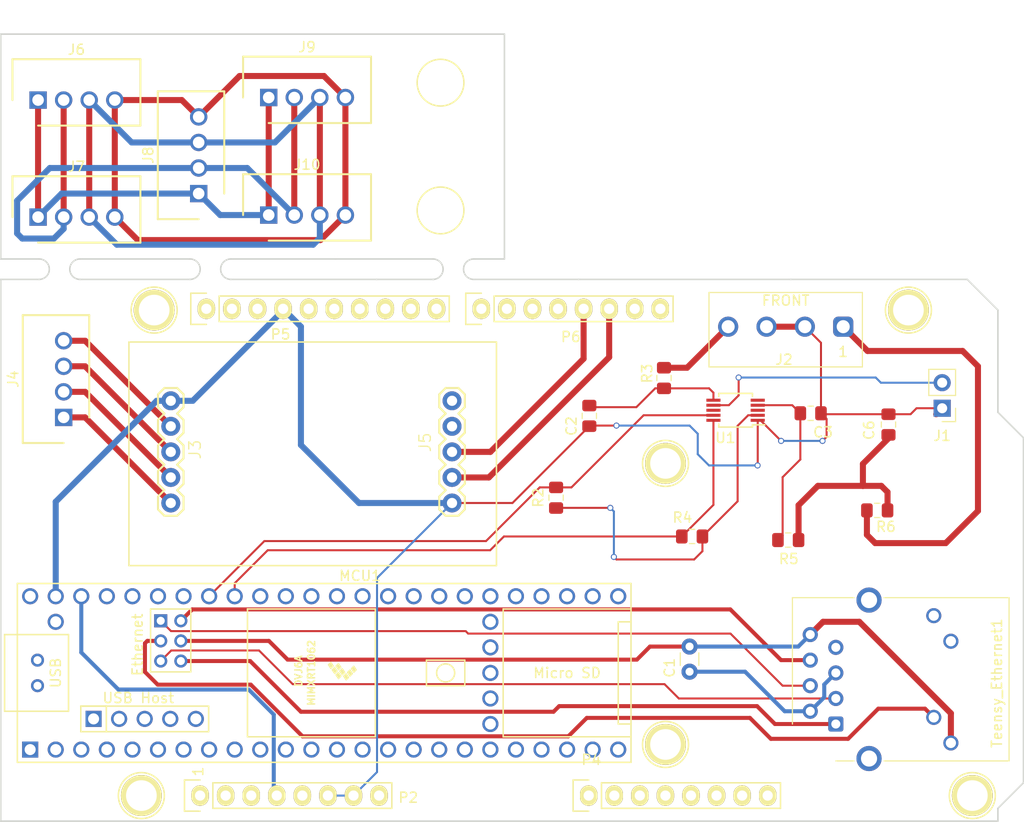
<source format=kicad_pcb>
(kicad_pcb (version 20211014) (generator pcbnew)
  (title_block (date "mar. 31 mars 2015"))
  (layers (0 "F.Cu" signal) (31 "B.Cu" signal) (34 "B.Paste" user) (35 "F.Paste" user) (36 "B.SilkS" user "B.Silkscreen") (37 "F.SilkS" user "F.Silkscreen") (38 "B.Mask" user) (39 "F.Mask" user) (44 "Edge.Cuts" user))
  (net 0 "")
  (net 1 "GND")
  (net 2 "+5V")
  (net 3 "/IOREF")
  (net 4 "/Reset")
  (net 5 "/Vin")
  (net 6 "/A8")
  (net 7 "/A9")
  (net 8 "/A10")
  (net 9 "/A11")
  (net 10 "/A12")
  (net 11 "/A13")
  (net 12 "/A14")
  (net 13 "/A15")
  (net 14 "/SCL")
  (net 15 "/SDA")
  (net 16 "/AREF")
  (net 17 "/13(**)")
  (net 18 "/12(**)")
  (net 19 "/11(**)")
  (net 20 "/10(**)")
  (net 21 "/9(**)")
  (net 22 "/8(**)")
  (net 23 "/7(**)")
  (net 24 "/6(**)")
  (net 25 "/5(**)")
  (net 26 "/4(**)")
  (net 27 "/3(**)")
  (net 28 "/2(**)")
  (net 29 "Net-(C1-Pad2)")
  (net 30 "+3V3")
  (net 31 "/1(Tx0)")
  (net 32 "/0(Rx0)")
  (net 97 "Net-(J1-Pad2)")
  (net 98 "Net-(J2-Pad1)")
  (net 99 "Net-(J2-Pad4)")
  (net 103 "Net-(C3-Pad1)")
  (net 106 "VDD")
  (net 107 "VCC")
  (net 108 "Net-(R2-Pad1)")
  (net 109 "Net-(MCU1-Pad65)")
  (net 110 "Net-(MCU1-Pad63)")
  (net 111 "Net-(MCU1-Pad62)")
  (net 112 "Net-(MCU1-Pad61)")
  (net 113 "Net-(MCU1-Pad60)")
  (net 114 "Net-(MCU1-Pad41)")
  (net 115 "Net-(MCU1-Pad40)")
  (net 116 "Net-(J10-Pad4)")
  (net 117 "Net-(J10-Pad3)")
  (net 118 "Net-(J10-Pad2)")
  (net 119 "Net-(J10-Pad1)")
  (net 120 "Net-(C6-Pad1)")
  (net 121 "Net-(C2-Pad1)")
  (net 122 "/5V")
  (net 123 "Net-(J3-Pad5)")
  (net 124 "Net-(J3-Pad4)")
  (net 125 "Net-(J3-Pad3)")
  (net 126 "Net-(J3-Pad2)")
  (net 127 "Net-(C1-Pad1)")
  (footprint "Socket_Arduino_Mega:Socket_Strip_Arduino_1x08" (layer "F.Cu") (at 123.434 119.38)
    (fp_text reference "P2")
    (fp_text value "Power")
  )
  (footprint "Socket_Arduino_Mega:Socket_Strip_Arduino_1x08" (layer "F.Cu") (at 162.042 119.38)
    (fp_text reference "P4")
    (fp_text value "Analog")
  )
  (footprint "Socket_Arduino_Mega:Socket_Strip_Arduino_1x10" (layer "F.Cu") (at 124.059 70.993)
    (fp_text reference "P5")
    (fp_text value "PWM")
  )
  (footprint "Socket_Arduino_Mega:Socket_Strip_Arduino_1x08" (layer "F.Cu") (at 151.374 70.993)
    (fp_text reference "P6")
    (fp_text value "PWM")
  )
  (footprint "Socket_Arduino_Mega:Arduino_1pin" (layer "F.Cu") (at 117.602 119.38)
    (fp_text reference "P8" hide)
    (fp_text value "CONN_01X01" hide)
  )
  (footprint "Socket_Arduino_Mega:Arduino_1pin" (layer "F.Cu") (at 169.672 114.3)
    (fp_text reference "P9" hide)
    (fp_text value "CONN_01X01" hide)
  )
  (footprint "Socket_Arduino_Mega:Arduino_1pin" (layer "F.Cu") (at 200.152 119.38)
    (fp_text reference "P10" hide)
    (fp_text value "CONN_01X01" hide)
  )
  (footprint "Socket_Arduino_Mega:Arduino_1pin" (layer "F.Cu") (at 118.872 71.12)
    (fp_text reference "P11" hide)
    (fp_text value "CONN_01X01" hide)
  )
  (footprint "Socket_Arduino_Mega:Arduino_1pin" (layer "F.Cu") (at 169.672 86.36)
    (fp_text reference "P12" hide)
    (fp_text value "CONN_01X01" hide)
  )
  (footprint "Socket_Arduino_Mega:Arduino_1pin" (layer "F.Cu") (at 193.802 71.12)
    (fp_text reference "P13" hide)
    (fp_text value "CONN_01X01" hide)
  )
  (footprint "Package_SO:MSOP-10_3x3mm_P0.5mm" (layer "F.Cu") (at 176.6316 81.0768 180)
    (fp_text reference "U1")
    (fp_text value "AD7151")
  )
  (footprint "SparkFun_HX711_Load_Cell:1X05" (layer "F.Cu") (at 148.463 80.137 -90)
    (fp_text reference "J5")
    (fp_text value "M05PTH")
  )
  (footprint "Capacitor_SMD:C_0805_2012Metric_Pad1.15x1.40mm_HandSolder" (layer "F.Cu") (at 162.1028 81.6356 -90)
    (fp_text reference "C2")
    (fp_text value "47pF")
  )
  (footprint "Capacitor_THT:C_Disc_D3.0mm_W1.6mm_P2.50mm" (layer "F.Cu") (at 172.0596 107.0664 90)
    (fp_text reference "C1")
    (fp_text value "0.1uF1")
  )
  (footprint "SparkFun_LoadCell:SHDR4W97P0X254_1X4_1271X660X1143P" (layer "F.Cu") (at 109.3704 77.978 90)
    (fp_text reference "J4")
    (fp_text value "440055-4")
  )
  (footprint "SparkFun_HX711_Load_Cell:1X05" (layer "F.Cu") (at 120.523 80.137 -90)
    (fp_text reference "J3")
    (fp_text value "M05PTH")
  )
  (footprint "Resistor_SMD:R_0805_2012Metric_Pad1.15x1.40mm_HandSolder" (layer "F.Cu") (at 181.864 93.98)
    (fp_text reference "R5")
    (fp_text value "82k")
  )
  (footprint "SparkFun_LoadCell:SHDR4W97P0X254_1X4_1271X660X1143P" (layer "F.Cu") (at 122.7836 55.7276 90)
    (fp_text reference "J8")
    (fp_text value "70543-0003")
  )
  (footprint "Capacitor_SMD:C_0805_2012Metric_Pad1.15x1.40mm_HandSolder" (layer "F.Cu") (at 191.8208 82.4992 90)
    (fp_text reference "C6")
    (fp_text value "68pF")
  )
  (footprint "Connector_PinHeader_2.54mm:PinHeader_1x02_P2.54mm_Vertical" (layer "F.Cu") (at 197.1548 80.8786 180)
    (fp_text reference "J1")
    (fp_text value "Conn_01x02_Male")
  )
  (footprint "Resistor_SMD:R_0805_2012Metric_Pad1.15x1.40mm_HandSolder" (layer "F.Cu") (at 172.3136 93.6244 180)
    (fp_text reference "R4")
    (fp_text value "10k")
  )
  (footprint "SparkFun_LoadCell:SHDR4W97P0X254_1X4_1271X660X1143P" (layer "F.Cu") (at 134.0612 61.1632)
    (fp_text reference "J10")
    (fp_text value "70543-0003")
  )
  (footprint "teensy:Teensy41" (layer "F.Cu") (at 135.763 107.188)
    (fp_text reference "MCU1")
    (fp_text value "Teensy4.1")
  )
  (footprint "SparkFun_LoadCell:SHDR4W97P0X254_1X4_1271X660X1143P" (layer "F.Cu") (at 111.1504 61.3664)
    (fp_text reference "J7")
    (fp_text value "70543-0003")
  )
  (footprint "Resistor_SMD:R_0805_2012Metric_Pad1.15x1.40mm_HandSolder" (layer "F.Cu") (at 169.5196 77.8764 90)
    (fp_text reference "R3")
    (fp_text value "10k")
  )
  (footprint "Resistor_SMD:R_0805_2012Metric_Pad1.15x1.40mm_HandSolder" (layer "F.Cu") (at 158.8008 89.7726 90)
    (fp_text reference "R2")
    (fp_text value "10k")
  )
  (footprint "Connector_RJ:RJ45_Cetus_J1B1211CCD_Horizontal" (layer "F.Cu") (at 186.59 112.268 90)
    (fp_text reference "Teensy_Ethernet1")
    (fp_text value "RJ45_LED")
  )
  (footprint "SparkFun_LoadCell:SHDR4W97P0X254_1X4_1271X660X1143P" (layer "F.Cu") (at 111.1504 49.7332)
    (fp_text reference "J6")
    (fp_text value "70543-0003")
  )
  (footprint "" (layer "F.Cu") (at 168.402 40.560625)
    (fp_text reference "")
    (fp_text value "")
  )
  (footprint "" (layer "F.Cu") (at 149.098 59.2856)
    (fp_text reference "")
    (fp_text value "")
  )
  (footprint "Resistor_SMD:R_0805_2012Metric_Pad1.15x1.40mm_HandSolder" (layer "F.Cu") (at 190.7032 91.0336 180)
    (fp_text reference "R6")
    (fp_text value "39k")
  )
  (footprint "AnyTech:Amphenol Anytech YO 3.81mm 4p" (layer "F.Cu") (at 181.61 72.771 180)
    (fp_text reference "J2")
    (fp_text value "Conn_01x04_Female")
  )
  (footprint "SparkFun_LoadCell:SHDR4W97P0X254_1X4_1271X660X1143P" (layer "F.Cu") (at 134.0612 49.4792)
    (fp_text reference "J9")
    (fp_text value "70543-0003")
  )
  (footprint "Capacitor_SMD:C_0805_2012Metric_Pad1.15x1.40mm_HandSolder" (layer "F.Cu") (at 184.0902 81.3816)
    (fp_text reference "C3")
    (fp_text value "22pF")
  )
  (gr_line (start 116.36375 96.52) (end 152.87625 96.52) (layer "F.SilkS") (width 0.15))
  (gr_line (start 116.36375 96.52) (end 116.36375 74.295) (layer "F.SilkS") (width 0.15))
  (gr_circle (center 147.32 48.514) (end 149.6441 48.514) (layer "F.SilkS") (width 0.15) (fill none))
  (gr_line (start 116.36375 74.295) (end 152.87625 74.295) (layer "F.SilkS") (width 0.15))
  (gr_circle (center 147.32 61.214) (end 149.6441 61.214) (layer "F.SilkS") (width 0.15) (fill none))
  (gr_line (start 152.87625 96.52) (end 152.87625 74.295) (layer "F.SilkS") (width 0.15))
  (gr_line (start 103.632 70.104) (end 103.632 68.072) (layer "Edge.Cuts") (width 0.15))
  (gr_line (start 103.632 43.688) (end 153.67 43.688) (layer "Edge.Cuts") (width 0.15))
  (gr_line (start 140.97 68.072) (end 146.627088 68.072) (layer "Edge.Cuts") (width 0.15))
  (gr_line (start 103.632 66.04) (end 103.632 43.688) (layer "Edge.Cuts") (width 0.15))
  (gr_arc (start 126.492 68.072) (mid 125.476 67.056) (end 126.492 66.04) (layer "Edge.Cuts") (width 0.15))
  (gr_line (start 126.492 66.04) (end 136.906 66.04) (layer "Edge.Cuts") (width 0.15))
  (gr_line (start 103.632 68.072) (end 107.442 68.072) (layer "Edge.Cuts") (width 0.15))
  (gr_line (start 150.622 66.04) (end 153.67 66.04) (layer "Edge.Cuts") (width 0.15))
  (gr_line (start 136.906 66.04) (end 146.627088 66.04) (layer "Edge.Cuts") (width 0.15))
  (gr_line (start 161.036 68.072) (end 150.691088 68.072) (layer "Edge.Cuts") (width 0.15))
  (gr_line (start 200.14 68.57) (end 202.692 71.12) (layer "Edge.Cuts") (width 0.15))
  (gr_arc (start 146.558 66.04) (mid 147.574 67.056) (end 146.558 68.072) (layer "Edge.Cuts") (width 0.15))
  (gr_arc (start 111.506 68.072) (mid 110.49 67.056) (end 111.506 66.04) (layer "Edge.Cuts") (width 0.15))
  (gr_line (start 205.232 83.82) (end 205.232 118.11) (layer "Edge.Cuts") (width 0.15))
  (gr_line (start 161.036 68.072) (end 182.118 68.072) (layer "Edge.Cuts") (width 0.15))
  (gr_line (start 202.692 121.92) (end 103.632 121.92) (layer "Edge.Cuts") (width 0.15))
  (gr_line (start 111.506 68.072) (end 122.428 68.072) (layer "Edge.Cuts") (width 0.15))
  (gr_arc (start 150.622 68.072) (mid 149.606 67.056) (end 150.622 66.04) (layer "Edge.Cuts") (width 0.15))
  (gr_arc (start 107.442 66.04) (mid 108.458 67.056) (end 107.442 68.072) (layer "Edge.Cuts") (width 0.15))
  (gr_line (start 202.692 81.28) (end 205.232 83.82) (layer "Edge.Cuts") (width 0.15))
  (gr_line (start 205.232 118.11) (end 202.692 120.65) (layer "Edge.Cuts") (width 0.15))
  (gr_line (start 111.506 66.04) (end 122.428 66.04) (layer "Edge.Cuts") (width 0.15))
  (gr_line (start 200.14 68.57) (end 199.644 68.072) (layer "Edge.Cuts") (width 0.15))
  (gr_line (start 182.118 68.072) (end 199.644 68.072) (layer "Edge.Cuts") (width 0.15))
  (gr_line (start 103.632 74.168) (end 103.632 70.104) (layer "Edge.Cuts") (width 0.15))
  (gr_line (start 126.492 68.072) (end 140.97 68.072) (layer "Edge.Cuts") (width 0.15))
  (gr_line (start 103.632 121.92) (end 103.632 74.168) (layer "Edge.Cuts") (width 0.15))
  (gr_line (start 202.692 71.12) (end 202.692 81.28) (layer "Edge.Cuts") (width 0.15))
  (gr_line (start 202.692 120.65) (end 202.692 121.92) (layer "Edge.Cuts") (width 0.15))
  (gr_line (start 103.632 66.04) (end 107.442 66.04) (layer "Edge.Cuts") (width 0.15))
  (gr_arc (start 122.428 66.04) (mid 123.444 67.056) (end 122.428 68.072) (layer "Edge.Cuts") (width 0.15))
  (gr_line (start 153.67 43.688) (end 153.67 66.04) (layer "Edge.Cuts") (width 0.15))
  (gr_text "1" (at 123.2408 116.9924 90) (layer "F.SilkS") (effects (font (size 1 1))))
  (segment (start 179.1048 82.0768) (end 181.1528 84.1248) (width 0.2) (layer "F.Cu") (net 1))
  (segment (start 185.674 81.9404) (end 185.1152 81.3816) (width 0.2) (layer "F.Cu") (net 1))
  (segment (start 178.8316 82.0768) (end 179.1048 82.0768) (width 0.2) (layer "F.Cu") (net 1))
  (segment (start 185.1152 74.3712) (end 183.515 72.771) (width 0.2) (layer "F.Cu") (net 1))
  (segment (start 194.6098 80.8786) (end 197.1548 80.8786) (width 0.2) (layer "F.Cu") (net 1))
  (segment (start 185.1152 81.3816) (end 185.1152 74.3712) (width 0.2) (layer "F.Cu") (net 1))
  (segment (start 162.1028 82.6606) (end 154.4664 90.297) (width 0.2) (layer "F.Cu") (net 1))
  (segment (start 191.8208 81.4742) (end 194.0142 81.4742) (width 0.2) (layer "F.Cu") (net 1))
  (segment (start 194.0142 81.4742) (end 194.6098 80.8786) (width 0.2) (layer "F.Cu") (net 1))
  (segment (start 185.1152 81.3816) (end 185.2078 81.4742) (width 0.2) (layer "F.Cu") (net 1))
  (segment (start 164.7952 82.6008) (end 162.1626 82.6008) (width 0.2) (layer "F.Cu") (net 1))
  (segment (start 178.8316 86.5476) (end 178.816 86.5632) (width 0.2) (layer "F.Cu") (net 1))
  (segment (start 196.5592 81.4742) (end 197.1548 80.8786) (width 0.6) (layer "F.Cu") (net 1))
  (segment (start 185.674 83.7184) (end 185.674 81.9404) (width 0.2) (layer "F.Cu") (net 1))
  (segment (start 162.1626 82.6008) (end 162.1028 82.6606) (width 0.2) (layer "F.Cu") (net 1))
  (segment (start 185.2676 84.1248) (end 185.674 83.7184) (width 0.2) (layer "F.Cu") (net 1))
  (segment (start 178.8316 82.0768) (end 178.8316 86.5476) (width 0.2) (layer "F.Cu") (net 1))
  (segment (start 179.705 72.771) (end 183.515 72.771) (width 0.6) (layer "F.Cu") (net 1))
  (segment (start 154.4664 90.297) (end 148.463 90.297) (width 0.2) (layer "F.Cu") (net 1))
  (segment (start 185.2078 81.4742) (end 191.8208 81.4742) (width 0.2) (layer "F.Cu") (net 1))
  (via (at 164.7952 82.6008) (size 0.6) (drill 0.4) (layers "F.Cu" "B.Cu") (net 1))
  (via (at 181.1528 84.1248) (size 0.6) (drill 0.4) (layers "F.Cu" "B.Cu") (net 1))
  (via (at 185.2676 84.1248) (size 0.6) (drill 0.4) (layers "F.Cu" "B.Cu") (net 1))
  (via (at 178.816 86.5632) (size 0.6) (drill 0.4) (layers "F.Cu" "B.Cu") (net 1))
  (segment (start 172.8724 83.4136) (end 172.0596 82.6008) (width 0.2) (layer "B.Cu") (net 1))
  (segment (start 172.8724 85.4456) (end 172.8724 83.4136) (width 0.2) (layer "B.Cu") (net 1))
  (segment (start 173.1264 85.6996) (end 172.8724 85.4456) (width 0.2) (layer "B.Cu") (net 1))
  (segment (start 181.1528 84.1248) (end 185.2676 84.1248) (width 0.2) (layer "B.Cu") (net 1))
  (segment (start 141.013 117.041) (end 138.674 119.38) (width 0.2) (layer "B.Cu") (net 1))
  (segment (start 131.679 71.1654) (end 122.7074 80.137) (width 0.6) (layer "B.Cu") (net 1))
  (segment (start 133.4516 72.7656) (end 133.4516 84.5312) (width 0.6) (layer "B.Cu") (net 1))
  (segment (start 173.99 86.5632) (end 173.1264 85.6996) (width 0.2) (layer "B.Cu") (net 1))
  (segment (start 139.2174 90.297) (end 148.463 90.297) (width 0.6) (layer "B.Cu") (net 1))
  (segment (start 109.093 90.17) (end 109.093 99.568) (width 0.6) (layer "B.Cu") (net 1))
  (segment (start 133.4516 84.5312) (end 139.2174 90.297) (width 0.6) (layer "B.Cu") (net 1))
  (segment (start 172.0596 82.6008) (end 164.7952 82.6008) (width 0.2) (layer "B.Cu") (net 1))
  (segment (start 178.816 86.5632) (end 173.99 86.5632) (width 0.2) (layer "B.Cu") (net 1))
  (segment (start 131.679 70.993) (end 131.679 71.1654) (width 0.6) (layer "B.Cu") (net 1))
  (segment (start 122.7074 80.137) (end 120.523 80.137) (width 0.6) (layer "B.Cu") (net 1))
  (segment (start 120.523 80.137) (end 119.126 80.137) (width 0.6) (layer "B.Cu") (net 1))
  (segment (start 148.463 90.297) (end 141.013 97.747) (width 0.2) (layer "B.Cu") (net 1))
  (segment (start 141.013 97.747) (end 141.013 117.041) (width 0.2) (layer "B.Cu") (net 1))
  (segment (start 131.679 70.993) (end 133.4516 72.7656) (width 0.6) (layer "B.Cu") (net 1))
  (segment (start 138.674 119.38) (end 136.134 119.38) (width 0.2) (layer "B.Cu") (net 1))
  (segment (start 119.126 80.137) (end 109.093 90.17) (width 0.6) (layer "B.Cu") (net 1))
  (segment (start 152.273 85.217) (end 161.534 75.956) (width 0.6) (layer "F.Cu") (net 27))
  (segment (start 161.534 75.956) (end 161.534 70.993) (width 0.6) (layer "F.Cu") (net 27))
  (segment (start 148.463 85.217) (end 152.273 85.217) (width 0.6) (layer "F.Cu") (net 27))
  (segment (start 152.1206 87.757) (end 164.074 75.8036) (width 0.6) (layer "F.Cu") (net 28))
  (segment (start 148.463 87.757) (end 152.1206 87.757) (width 0.6) (layer "F.Cu") (net 28))
  (segment (start 164.074 75.8036) (end 164.074 70.993) (width 0.6) (layer "F.Cu") (net 28))
  (segment (start 132.1308 105.8672) (end 130.27 104.0064) (width 0.4) (layer "F.Cu") (net 29))
  (segment (start 185.32 102.108) (end 188.9252 102.108) (width 0.6) (layer "F.Cu") (net 29))
  (segment (start 130.27 104.0064) (end 121.523 104.0064) (width 0.4) (layer "F.Cu") (net 29))
  (segment (start 184.05 103.378) (end 185.32 102.108) (width 0.6) (layer "F.Cu") (net 29))
  (segment (start 198.02 111.2028) (end 198.02 114.148) (width 0.6) (layer "F.Cu") (net 29))
  (segment (start 172.0596 104.5664) (end 168.128 104.5664) (width 0.4) (layer "F.Cu") (net 29))
  (segment (start 188.9252 102.108) (end 198.02 111.2028) (width 0.6) (layer "F.Cu") (net 29))
  (segment (start 166.8272 105.8672) (end 132.1308 105.8672) (width 0.4) (layer "F.Cu") (net 29))
  (segment (start 168.128 104.5664) (end 166.8272 105.8672) (width 0.4) (layer "F.Cu") (net 29))
  (segment (start 172.0596 104.5664) (end 182.8616 104.5664) (width 0.4) (layer "B.Cu") (net 29))
  (segment (start 182.8616 104.5664) (end 184.05 103.378) (width 0.4) (layer "B.Cu") (net 29))
  (segment (start 128.27 108.839) (end 130.753 111.322) (width 0.4) (layer "B.Cu") (net 30))
  (segment (start 111.633 105.156) (end 115.316 108.839) (width 0.4) (layer "B.Cu") (net 30))
  (segment (start 115.316 108.839) (end 128.27 108.839) (width 0.4) (layer "B.Cu") (net 30))
  (segment (start 130.753 111.322) (end 130.753 119.079) (width 0.4) (layer "B.Cu") (net 30))
  (segment (start 130.753 119.079) (end 131.054 119.38) (width 0.4) (layer "B.Cu") (net 30))
  (segment (start 111.633 99.568) (end 111.633 105.156) (width 0.4) (layer "B.Cu") (net 30))
  (segment (start 175.9632 80.5768) (end 176.9364 79.6036) (width 0.2) (layer "F.Cu") (net 97))
  (segment (start 176.9364 79.6036) (end 176.9364 77.8256) (width 0.2) (layer "F.Cu") (net 97))
  (segment (start 174.4316 80.5768) (end 175.9632 80.5768) (width 0.2) (layer "F.Cu") (net 97))
  (via (at 176.9364 77.8256) (size 0.6) (drill 0.4) (layers "F.Cu" "B.Cu") (net 97))
  (segment (start 176.9364 77.8256) (end 176.9414 77.8306) (width 0.2) (layer "B.Cu") (net 97))
  (segment (start 190.5508 77.8256) (end 176.9364 77.8256) (width 0.2) (layer "B.Cu") (net 97))
  (segment (start 191.0638 78.3386) (end 190.5508 77.8256) (width 0.2) (layer "B.Cu") (net 97))
  (segment (start 197.1548 78.3386) (end 191.0638 78.3386) (width 0.2) (layer "B.Cu") (net 97))
  (segment (start 190.5 94.2848) (end 197.5104 94.2848) (width 0.6) (layer "F.Cu") (net 98))
  (segment (start 197.5104 94.2848) (end 200.7108 91.0844) (width 0.6) (layer "F.Cu") (net 98))
  (segment (start 189.6782 91.0336) (end 189.6782 93.463) (width 0.6) (layer "F.Cu") (net 98))
  (segment (start 200.7108 91.0844) (end 200.7108 76.708) (width 0.6) (layer "F.Cu") (net 98))
  (segment (start 199.1868 75.184) (end 189.738 75.184) (width 0.6) (layer "F.Cu") (net 98))
  (segment (start 189.6782 93.463) (end 190.5 94.2848) (width 0.6) (layer "F.Cu") (net 98))
  (segment (start 189.738 75.184) (end 187.325 72.771) (width 0.6) (layer "F.Cu") (net 98))
  (segment (start 200.7108 76.708) (end 199.1868 75.184) (width 0.6) (layer "F.Cu") (net 98))
  (segment (start 175.895 72.771) (end 171.8146 76.8514) (width 0.6) (layer "F.Cu") (net 99))
  (segment (start 171.8146 76.8514) (end 169.5196 76.8514) (width 0.6) (layer "F.Cu") (net 99))
  (segment (start 182.2604 80.5768) (end 183.0652 81.3816) (width 0.2) (layer "F.Cu") (net 103))
  (segment (start 178.8316 80.5768) (end 182.2604 80.5768) (width 0.2) (layer "F.Cu") (net 103))
  (segment (start 181.3052 87.7316) (end 183.0652 85.9716) (width 0.2) (layer "F.Cu") (net 103))
  (segment (start 181.3052 87.7316) (end 181.3052 93.5138) (width 0.2) (layer "F.Cu") (net 103))
  (segment (start 181.3052 93.5138) (end 180.839 93.98) (width 0.2) (layer "F.Cu") (net 103))
  (segment (start 183.0652 85.9716) (end 183.0652 81.3816) (width 0.2) (layer "F.Cu") (net 103))
  (segment (start 173.3386 93.6244) (end 173.3386 95.0886) (width 0.2) (layer "F.Cu") (net 108))
  (segment (start 158.8188 90.7796) (end 158.8008 90.7976) (width 0.2) (layer "F.Cu") (net 108))
  (segment (start 172.5168 95.9104) (end 164.7952 95.9104) (width 0.2) (layer "F.Cu") (net 108))
  (segment (start 173.3386 95.0886) (end 172.5168 95.9104) (width 0.2) (layer "F.Cu") (net 108))
  (segment (start 176.8348 90.1282) (end 173.3386 93.6244) (width 0.2) (layer "F.Cu") (net 108))
  (segment (start 178.8316 81.5768) (end 177.8816 81.5768) (width 0.2) (layer "F.Cu") (net 108))
  (segment (start 176.8348 82.6236) (end 176.8348 90.1282) (width 0.2) (layer "F.Cu") (net 108))
  (segment (start 177.8816 81.5768) (end 176.8348 82.6236) (width 0.2) (layer "F.Cu") (net 108))
  (segment (start 164.1856 90.7796) (end 158.8188 90.7796) (width 0.2) (layer "F.Cu") (net 108))
  (segment (start 164.7952 95.9104) (end 164.5412 95.6564) (width 0.2) (layer "F.Cu") (net 108))
  (via (at 164.1856 90.7796) (size 0.6) (drill 0.4) (layers "F.Cu" "B.Cu") (net 108))
  (via (at 164.5412 95.6564) (size 0.6) (drill 0.4) (layers "F.Cu" "B.Cu") (net 108))
  (segment (start 164.5412 91.1352) (end 164.1856 90.7796) (width 0.2) (layer "B.Cu") (net 108))
  (segment (start 164.5412 95.6564) (end 164.5412 91.1352) (width 0.2) (layer "B.Cu") (net 108))
  (segment (start 184.05 105.918) (end 181.1528 105.918) (width 0.4) (layer "F.Cu") (net 109))
  (segment (start 181.1528 105.918) (end 176.110712 100.875912) (width 0.4) (layer "F.Cu") (net 109))
  (segment (start 122.653488 100.875912) (end 121.523 102.0064) (width 0.4) (layer "F.Cu") (net 109))
  (segment (start 176.110712 100.875912) (end 122.653488 100.875912) (width 0.4) (layer "F.Cu") (net 109))
  (segment (start 128.4092 106.0064) (end 121.523 106.0064) (width 0.4) (layer "F.Cu") (net 110))
  (segment (start 133.4516 111.0488) (end 128.4092 106.0064) (width 0.4) (layer "F.Cu") (net 110))
  (segment (start 158.5468 111.0488) (end 133.4516 111.0488) (width 0.4) (layer "F.Cu") (net 110))
  (segment (start 159.1056 110.49) (end 158.5468 111.0488) (width 0.4) (layer "F.Cu") (net 110))
  (segment (start 186.59 112.268) (end 180.5432 112.268) (width 0.4) (layer "F.Cu") (net 110))
  (segment (start 178.7652 110.49) (end 159.1056 110.49) (width 0.4) (layer "F.Cu") (net 110))
  (segment (start 180.5432 112.268) (end 178.7652 110.49) (width 0.4) (layer "F.Cu") (net 110))
  (segment (start 132.6388 108.3056) (end 129.2896 104.9564) (width 0.2) (layer "F.Cu") (net 111))
  (segment (start 170.9928 109.728) (end 169.5704 108.3056) (width 0.2) (layer "F.Cu") (net 111))
  (segment (start 120.573 104.9564) (end 119.523 106.0064) (width 0.2) (layer "F.Cu") (net 111))
  (segment (start 129.2896 104.9564) (end 120.573 104.9564) (width 0.2) (layer "F.Cu") (net 111))
  (segment (start 169.5704 108.3056) (end 132.6388 108.3056) (width 0.2) (layer "F.Cu") (net 111))
  (segment (start 186.59 109.728) (end 170.9928 109.728) (width 0.2) (layer "F.Cu") (net 111))
  (segment (start 196.32 111.608) (end 195.456 110.744) (width 0.4) (layer "F.Cu") (net 112))
  (segment (start 195.456 110.744) (end 190.8048 110.744) (width 0.4) (layer "F.Cu") (net 112))
  (segment (start 190.8048 110.744) (end 187.8076 113.7412) (width 0.4) (layer "F.Cu") (net 112))
  (segment (start 187.8076 113.7412) (end 180.1368 113.7412) (width 0.4) (layer "F.Cu") (net 112))
  (segment (start 178.054 111.6584) (end 161.8488 111.6584) (width 0.4) (layer "F.Cu") (net 112))
  (segment (start 117.9576 107.0864) (end 117.9576 104.2416) (width 0.4) (layer "F.Cu") (net 112))
  (segment (start 160.02 113.4872) (end 133.604 113.4872) (width 0.4) (layer "F.Cu") (net 112))
  (segment (start 118.1928 104.0064) (end 119.523 104.0064) (width 0.4) (layer "F.Cu") (net 112))
  (segment (start 119.2276 108.3564) (end 117.9576 107.0864) (width 0.4) (layer "F.Cu") (net 112))
  (segment (start 180.1368 113.7412) (end 178.054 111.6584) (width 0.4) (layer "F.Cu") (net 112))
  (segment (start 133.604 113.4872) (end 128.4732 108.3564) (width 0.4) (layer "F.Cu") (net 112))
  (segment (start 128.4732 108.3564) (end 119.2276 108.3564) (width 0.4) (layer "F.Cu") (net 112))
  (segment (start 117.9576 104.2416) (end 118.1928 104.0064) (width 0.4) (layer "F.Cu") (net 112))
  (segment (start 161.8488 111.6584) (end 160.02 113.4872) (width 0.4) (layer "F.Cu") (net 112))
  (segment (start 181.3052 108.458) (end 176.1236 103.2764) (width 0.2) (layer "F.Cu") (net 113))
  (segment (start 150.0632 103.2764) (end 149.821065 103.034265) (width 0.2) (layer "F.Cu") (net 113))
  (segment (start 184.05 108.458) (end 181.3052 108.458) (width 0.2) (layer "F.Cu") (net 113))
  (segment (start 176.1236 103.2764) (end 150.0632 103.2764) (width 0.2) (layer "F.Cu") (net 113))
  (segment (start 120.550865 103.034265) (end 119.523 102.0064) (width 0.2) (layer "F.Cu") (net 113))
  (segment (start 149.821065 103.034265) (end 120.550865 103.034265) (width 0.2) (layer "F.Cu") (net 113))
  (segment (start 160.3248 88.7476) (end 158.8008 88.7476) (width 0.2) (layer "F.Cu") (net 114))
  (segment (start 129.8194 94.0816) (end 124.333 99.568) (width 0.2) (layer "F.Cu") (net 114))
  (segment (start 157.1752 88.7476) (end 151.8412 94.0816) (width 0.2) (layer "F.Cu") (net 114))
  (segment (start 151.8412 94.0816) (end 129.8194 94.0816) (width 0.2) (layer "F.Cu") (net 114))
  (segment (start 167.4956 81.5768) (end 160.3248 88.7476) (width 0.2) (layer "F.Cu") (net 114))
  (segment (start 158.8008 88.7476) (end 157.1752 88.7476) (width 0.2) (layer "F.Cu") (net 114))
  (segment (start 174.4316 81.5768) (end 167.4956 81.5768) (width 0.2) (layer "F.Cu") (net 114))
  (segment (start 171.2886 93.6244) (end 153.6192 93.6244) (width 0.2) (layer "F.Cu") (net 115))
  (segment (start 174.4316 90.4814) (end 171.2886 93.6244) (width 0.2) (layer "F.Cu") (net 115))
  (segment (start 130.1496 94.996) (end 126.873 98.2726) (width 0.2) (layer "F.Cu") (net 115))
  (segment (start 153.6192 93.6244) (end 152.2476 94.996) (width 0.2) (layer "F.Cu") (net 115))
  (segment (start 126.873 98.2726) (end 126.873 99.568) (width 0.2) (layer "F.Cu") (net 115))
  (segment (start 152.2476 94.996) (end 130.1496 94.996) (width 0.2) (layer "F.Cu") (net 115))
  (segment (start 174.4316 82.0768) (end 174.4316 90.4814) (width 0.2) (layer "F.Cu") (net 115))
  (segment (start 127.3576 47.8536) (end 123.2936 51.9176) (width 0.6) (layer "F.Cu") (net 116))
  (segment (start 135.7376 47.8536) (end 127.3576 47.8536) (width 0.6) (layer "F.Cu") (net 116))
  (segment (start 137.8712 49.9892) (end 135.7376 47.8556) (width 0.6) (layer "F.Cu") (net 116))
  (segment (start 114.9604 61.8764) (end 117.2444 64.1604) (width 0.6) (layer "F.Cu") (net 116))
  (segment (start 137.8712 49.9892) (end 137.8712 61.6732) (width 0.6) (layer "F.Cu") (net 116))
  (segment (start 117.2444 64.1604) (end 135.384 64.1604) (width 0.6) (layer "F.Cu") (net 116))
  (segment (start 123.2936 51.9176) (end 121.6192 50.2432) (width 0.6) (layer "F.Cu") (net 116))
  (segment (start 135.384 64.1604) (end 137.8712 61.6732) (width 0.6) (layer "F.Cu") (net 116))
  (segment (start 121.6192 50.2432) (end 114.9604 50.2432) (width 0.6) (layer "F.Cu") (net 116))
  (segment (start 135.7376 47.8556) (end 135.7376 47.8536) (width 0.6) (layer "F.Cu") (net 116))
  (segment (start 114.9604 50.2432) (end 114.9604 61.8764) (width 0.6) (layer "F.Cu") (net 116))
  (segment (start 135.3312 61.6732) (end 135.3312 49.9892) (width 0.6) (layer "F.Cu") (net 117))
  (segment (start 112.4204 61.8764) (end 112.4204 50.2432) (width 0.6) (layer "F.Cu") (net 117))
  (segment (start 123.2936 54.4576) (end 116.6348 54.4576) (width 0.6) (layer "B.Cu") (net 117))
  (segment (start 115.1616 64.6176) (end 134.6708 64.6176) (width 0.6) (layer "B.Cu") (net 117))
  (segment (start 134.6708 64.6176) (end 135.3312 63.9572) (width 0.6) (layer "B.Cu") (net 117))
  (segment (start 135.3312 49.9892) (end 130.8628 54.4576) (width 0.6) (layer "B.Cu") (net 117))
  (segment (start 135.3312 63.9572) (end 135.3312 61.6732) (width 0.6) (layer "B.Cu") (net 117))
  (segment (start 130.8628 54.4576) (end 123.2936 54.4576) (width 0.6) (layer "B.Cu") (net 117))
  (segment (start 112.4204 61.8764) (end 115.1616 64.6176) (width 0.6) (layer "B.Cu") (net 117))
  (segment (start 116.6348 54.4576) (end 112.4204 50.2432) (width 0.6) (layer "B.Cu") (net 117))
  (segment (start 132.7912 49.9892) (end 132.7912 61.6732) (width 0.6) (layer "F.Cu") (net 118))
  (segment (start 109.8804 50.2432) (end 109.8804 61.8764) (width 0.6) (layer "F.Cu") (net 118))
  (segment (start 108.9152 64.008) (end 105.7656 64.008) (width 0.6) (layer "B.Cu") (net 118))
  (segment (start 109.8804 61.8764) (end 109.8804 63.0428) (width 0.6) (layer "B.Cu") (net 118))
  (segment (start 109.8804 63.0428) (end 108.9152 64.008) (width 0.6) (layer "B.Cu") (net 118))
  (segment (start 105.2576 63.5) (end 105.2576 60.2488) (width 0.6) (layer "B.Cu") (net 118))
  (segment (start 105.2576 60.2488) (end 108.5088 56.9976) (width 0.6) (layer "B.Cu") (net 118))
  (segment (start 105.7656 64.008) (end 105.2576 63.5) (width 0.6) (layer "B.Cu") (net 118))
  (segment (start 108.5088 56.9976) (end 123.2936 56.9976) (width 0.6) (layer "B.Cu") (net 118))
  (segment (start 128.1156 56.9976) (end 123.2936 56.9976) (width 0.6) (layer "B.Cu") (net 118))
  (segment (start 132.7912 61.6732) (end 128.1156 56.9976) (width 0.6) (layer "B.Cu") (net 118))
  (segment (start 130.2512 61.6732) (end 130.2512 49.9892) (width 0.6) (layer "F.Cu") (net 119))
  (segment (start 107.3404 50.2432) (end 107.3404 61.8764) (width 0.6) (layer "F.Cu") (net 119))
  (segment (start 130.2512 61.6732) (end 125.4292 61.6732) (width 0.6) (layer "B.Cu") (net 119))
  (segment (start 109.6792 59.5376) (end 123.2936 59.5376) (width 0.6) (layer "B.Cu") (net 119))
  (segment (start 125.4292 61.6732) (end 123.2936 59.5376) (width 0.6) (layer "B.Cu") (net 119))
  (segment (start 107.3404 61.8764) (end 109.6792 59.5376) (width 0.6) (layer "B.Cu") (net 119))
  (segment (start 191.7282 91.0336) (end 191.7282 89.2138) (width 0.6) (layer "F.Cu") (net 120))
  (segment (start 191.8208 83.5242) (end 191.8208 83.8708) (width 0.6) (layer "F.Cu") (net 120))
  (segment (start 182.889 90.5166) (end 182.889 93.98) (width 0.6) (layer "F.Cu") (net 120))
  (segment (start 191.8208 83.8708) (end 189.2808 86.4108) (width 0.6) (layer "F.Cu") (net 120))
  (segment (start 191.7282 89.2138) (end 191.1096 88.5952) (width 0.6) (layer "F.Cu") (net 120))
  (segment (start 189.2808 86.4108) (end 189.2808 88.5952) (width 0.6) (layer "F.Cu") (net 120))
  (segment (start 189.2808 88.5952) (end 184.8104 88.5952) (width 0.6) (layer "F.Cu") (net 120))
  (segment (start 184.8104 88.5952) (end 182.889 90.5166) (width 0.6) (layer "F.Cu") (net 120))
  (segment (start 191.1096 88.5952) (end 189.2808 88.5952) (width 0.6) (layer "F.Cu") (net 120))
  (segment (start 174.4316 80.0768) (end 174.4316 79.334) (width 0.2) (layer "F.Cu") (net 121))
  (segment (start 168.647 78.9014) (end 166.7764 80.772) (width 0.2) (layer "F.Cu") (net 121))
  (segment (start 166.7764 80.772) (end 162.2642 80.772) (width 0.2) (layer "F.Cu") (net 121))
  (segment (start 174.4316 79.334) (end 173.999 78.9014) (width 0.2) (layer "F.Cu") (net 121))
  (segment (start 173.999 78.9014) (end 169.5196 78.9014) (width 0.2) (layer "F.Cu") (net 121))
  (segment (start 169.5196 78.9014) (end 168.647 78.9014) (width 0.2) (layer "F.Cu") (net 121))
  (segment (start 162.2642 80.772) (end 162.1028 80.6106) (width 0.2) (layer "F.Cu") (net 121))
  (segment (start 109.8804 81.788) (end 112.014 81.788) (width 0.6) (layer "F.Cu") (net 123))
  (segment (start 112.014 81.788) (end 120.523 90.297) (width 0.6) (layer "F.Cu") (net 123))
  (segment (start 112.014 79.248) (end 109.8804 79.248) (width 0.6) (layer "F.Cu") (net 124))
  (segment (start 120.523 87.757) (end 112.014 79.248) (width 0.6) (layer "F.Cu") (net 124))
  (segment (start 112.014 76.708) (end 120.523 85.217) (width 0.6) (layer "F.Cu") (net 125))
  (segment (start 109.8804 76.708) (end 112.014 76.708) (width 0.6) (layer "F.Cu") (net 125))
  (segment (start 112.014 74.168) (end 109.8804 74.168) (width 0.6) (layer "F.Cu") (net 126))
  (segment (start 120.523 82.677) (end 112.014 74.168) (width 0.6) (layer "F.Cu") (net 126))
  (segment (start 181.5084 110.998) (end 177.5768 107.0664) (width 0.4) (layer "B.Cu") (net 127))
  (segment (start 185.44 109.608) (end 184.05 110.998) (width 0.4) (layer "B.Cu") (net 127))
  (segment (start 186.59 107.188) (end 185.44 108.338) (width 0.4) (layer "B.Cu") (net 127))
  (segment (start 185.44 108.338) (end 185.44 109.608) (width 0.4) (layer "B.Cu") (net 127))
  (segment (start 177.5768 107.0664) (end 172.0596 107.0664) (width 0.4) (layer "B.Cu") (net 127))
  (segment (start 184.05 110.998) (end 181.5084 110.998) (width 0.4) (layer "B.Cu") (net 127))
)
</source>
